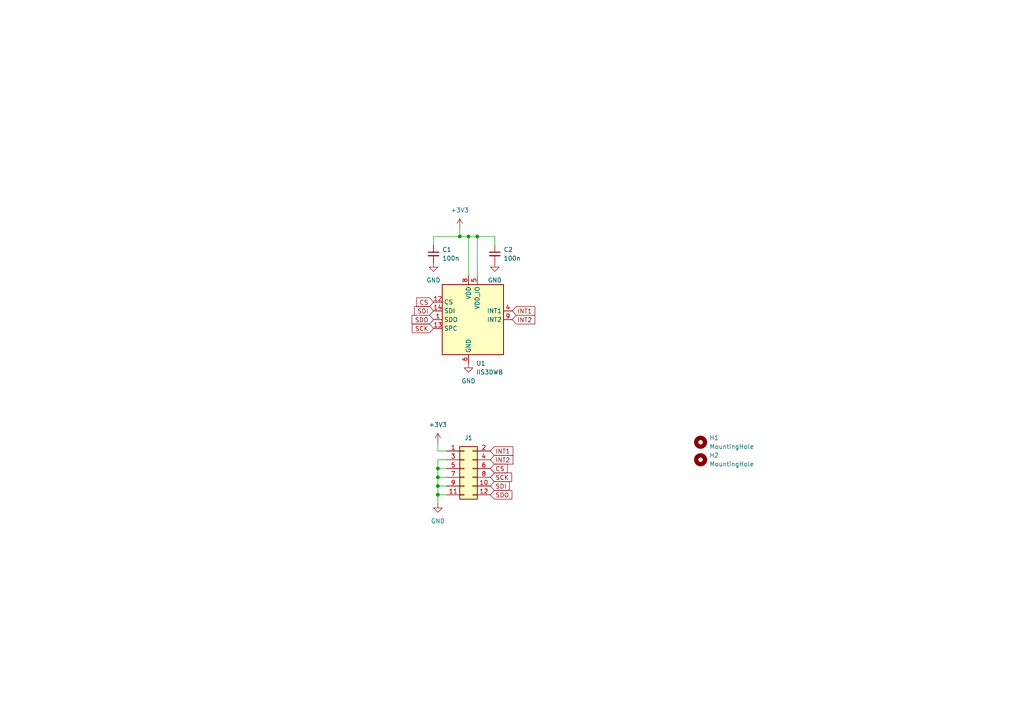
<source format=kicad_sch>
(kicad_sch (version 20231120) (generator "eeschema") (generator_version "8.0")
  (paper "A4")
  (title_block (title "IIS3DWB Eval board") (date "2024-10-31") (rev "001") (company "Haas Hooligans") (comment 1 "Ryan Jacoby"))
  (lib_symbols
    (symbol "Connector_Generic:Conn_02x06_Odd_Even" (pin_names (offset 1.016) hide)
      (property "Reference" "J" (at 1.27 7.62 0))
      (property "Value" "Conn_02x06_Odd_Even" (at 1.27 -10.16 0))
      (symbol "Conn_02x06_Odd_Even_1_1"
        (rectangle (start -1.27 -7.493) (end 0 -7.747) (stroke (width 0.1524)))
        (rectangle (start -1.27 -4.953) (end 0 -5.207) (stroke (width 0.1524)))
        (rectangle (start -1.27 -2.413) (end 0 -2.667) (stroke (width 0.1524)))
        (rectangle (start -1.27 0.127) (end 0 -0.127) (stroke (width 0.1524)))
        (rectangle (start -1.27 2.667) (end 0 2.413) (stroke (width 0.1524)))
        (rectangle (start -1.27 5.207) (end 0 4.953) (stroke (width 0.1524)))
        (rectangle (start -1.27 6.35) (end 3.81 -8.89) (stroke (width 0.254)) (fill (type background)))
        (rectangle (start 3.81 -7.493) (end 2.54 -7.747) (stroke (width 0.1524)))
        (rectangle (start 3.81 -4.953) (end 2.54 -5.207) (stroke (width 0.1524)))
        (rectangle (start 3.81 -2.413) (end 2.54 -2.667) (stroke (width 0.1524)))
        (rectangle (start 3.81 0.127) (end 2.54 -0.127) (stroke (width 0.1524)))
        (rectangle (start 3.81 2.667) (end 2.54 2.413) (stroke (width 0.1524)))
        (rectangle (start 3.81 5.207) (end 2.54 4.953) (stroke (width 0.1524)))
        (pin passive line (at -5.08 5.08 0) (length 3.81) (name "Pin_1") (number "1"))
        (pin passive line (at 7.62 -5.08 180) (length 3.81) (name "Pin_10") (number "10"))
        (pin passive line (at -5.08 -7.62 0) (length 3.81) (name "Pin_11") (number "11"))
        (pin passive line (at 7.62 -7.62 180) (length 3.81) (name "Pin_12") (number "12"))
        (pin passive line (at 7.62 5.08 180) (length 3.81) (name "Pin_2") (number "2"))
        (pin passive line (at -5.08 2.54 0) (length 3.81) (name "Pin_3") (number "3"))
        (pin passive line (at 7.62 2.54 180) (length 3.81) (name "Pin_4") (number "4"))
        (pin passive line (at -5.08 0 0) (length 3.81) (name "Pin_5") (number "5"))
        (pin passive line (at 7.62 0 180) (length 3.81) (name "Pin_6") (number "6"))
        (pin passive line (at -5.08 -2.54 0) (length 3.81) (name "Pin_7") (number "7"))
        (pin passive line (at 7.62 -2.54 180) (length 3.81) (name "Pin_8") (number "8"))
        (pin passive line (at -5.08 -5.08 0) (length 3.81) (name "Pin_9") (number "9"))
      )
    )
    (symbol "Device:C_Small" (pin_numbers hide) (pin_names (offset 0.254) hide)
      (property "Reference" "C" (at 0.254 1.778 0))
      (property "Value" "C_Small" (at 0.254 -2.032 0))
      (symbol "C_Small_0_1"
        (polyline (pts (xy -1.524 -0.508) (xy 1.524 -0.508)) (stroke (width 0.3302)))
        (polyline (pts (xy -1.524 0.508) (xy 1.524 0.508)) (stroke (width 0.3048)))
      )
      (symbol "C_Small_1_1"
        (pin passive line (at 0 2.54 270) (length 2.032) (name "~") (number "1"))
        (pin passive line (at 0 -2.54 90) (length 2.032) (name "~") (number "2"))
      )
    )
    (symbol "Mechanical:MountingHole" (pin_names (offset 1.016)) (exclude_from_sim yes) (in_bom no)
      (property "Reference" "H" (at 0 5.08 0))
      (property "Value" "MountingHole" (at 0 3.175 0))
      (symbol "MountingHole_0_1"
        (circle (center 0 0) (radius 1.27) (stroke (width 1.27)))
      )
    )
    (symbol "Sensor_Motion:IIS3DWB"
      (property "Reference" "U" (at 10.16 -12.7 0))
      (property "Value" "IIS3DWB" (at 10.16 -15.24 0))
      (symbol "IIS3DWB_0_1"
        (rectangle (start -7.62 10.16) (end 10.16 -10.16) (stroke (width 0.254)) (fill (type background)))
      )
      (symbol "IIS3DWB_1_1"
        (pin output line (at -10.16 0 0) (length 2.54) (name "SDO") (number "1"))
        (pin no_connect line (at 10.16 -5.08 180) (length 2.54) hide (name "RES") (number "10"))
        (pin no_connect line (at 10.16 -7.62 180) (length 2.54) hide (name "RES") (number "11"))
        (pin input line (at -10.16 5.08 0) (length 2.54) (name "CS") (number "12"))
        (pin input line (at -10.16 -2.54 0) (length 2.54) (name "SPC") (number "13"))
        (pin input line (at -10.16 2.54 0) (length 2.54) (name "SDI") (number "14"))
        (pin passive line (at 0 -12.7 90) (length 2.54) hide (name "GND") (number "2"))
        (pin passive line (at 0 -12.7 90) (length 2.54) hide (name "GND") (number "3"))
        (pin output line (at 12.7 2.54 180) (length 2.54) (name "INT1") (number "4"))
        (pin power_in line (at 2.54 12.7 270) (length 2.54) (name "VDD_IO") (number "5"))
        (pin power_in line (at 0 -12.7 90) (length 2.54) (name "GND") (number "6"))
        (pin passive line (at 0 -12.7 90) (length 2.54) hide (name "GND") (number "7"))
        (pin power_in line (at 0 12.7 270) (length 2.54) (name "VDD") (number "8"))
        (pin output line (at 12.7 0 180) (length 2.54) (name "INT2") (number "9"))
      )
    )
    (symbol "power:+3V3" (power) (pin_numbers hide) (pin_names (offset 0) hide)
      (property "Value" "+3V3" (at 0 3.556 0))
      (symbol "+3V3_0_1"
        (polyline (pts (xy -0.762 1.27) (xy 0 2.54)))
        (polyline (pts (xy 0 0) (xy 0 2.54)))
        (polyline (pts (xy 0 2.54) (xy 0.762 1.27)))
      )
      (symbol "+3V3_1_1"
        (pin power_in line (at 0 0 90) (length 0) (name "~") (number "1"))
      )
    )
    (symbol "power:GND" (power) (pin_numbers hide) (pin_names (offset 0) hide)
      (property "Value" "GND" (at 0 -3.81 0))
      (symbol "GND_0_1"
        (polyline (pts (xy 0 0) (xy 0 -1.27) (xy 1.27 -1.27) (xy 0 -2.54) (xy -1.27 -1.27) (xy 0 -1.27)))
      )
      (symbol "GND_1_1"
        (pin power_in line (at 0 0 270) (length 0) (name "~") (number "1"))
      )
    )
  )
  (junction (at 135.89 68.58))
  (junction (at 127 135.89))
  (junction (at 127 140.97))
  (junction (at 133.35 68.58))
  (junction (at 127 143.51))
  (junction (at 138.43 68.58))
  (junction (at 127 138.43))
  (wire (pts (xy 127 138.43) (xy 127 140.97)))
  (wire (pts (xy 138.43 68.58) (xy 143.51 68.58)))
  (wire (pts (xy 127 140.97) (xy 127 143.51)))
  (wire (pts (xy 138.43 68.58) (xy 138.43 80.01)))
  (wire (pts (xy 127 143.51) (xy 127 146.05)))
  (wire (pts (xy 133.35 66.04) (xy 133.35 68.58)))
  (wire (pts (xy 135.89 80.01) (xy 135.89 68.58)))
  (wire (pts (xy 125.73 68.58) (xy 133.35 68.58)))
  (wire (pts (xy 127 135.89) (xy 127 138.43)))
  (wire (pts (xy 125.73 68.58) (xy 125.73 71.12)))
  (wire (pts (xy 127 143.51) (xy 129.54 143.51)))
  (wire (pts (xy 127 133.35) (xy 127 135.89)))
  (wire (pts (xy 127 138.43) (xy 129.54 138.43)))
  (wire (pts (xy 129.54 133.35) (xy 127 133.35)))
  (wire (pts (xy 127 135.89) (xy 129.54 135.89)))
  (wire (pts (xy 143.51 71.12) (xy 143.51 68.58)))
  (wire (pts (xy 129.54 130.81) (xy 127 130.81)))
  (wire (pts (xy 138.43 68.58) (xy 135.89 68.58)))
  (wire (pts (xy 127 128.27) (xy 127 130.81)))
  (wire (pts (xy 133.35 68.58) (xy 135.89 68.58)))
  (wire (pts (xy 127 140.97) (xy 129.54 140.97)))
  (global_label "INT2" (shape input) (at 142.24 133.35 0) (property "Intersheetrefs" "${INTERSHEET_REFS}" (effects (hide yes))))
  (global_label "CS" (shape input) (at 142.24 135.89 0) (property "Intersheetrefs" "${INTERSHEET_REFS}" (effects (hide yes))))
  (global_label "INT1" (shape input) (at 142.24 130.81 0) (property "Intersheetrefs" "${INTERSHEET_REFS}" (effects (hide yes))))
  (global_label "SCK" (shape input) (at 142.24 138.43 0) (property "Intersheetrefs" "${INTERSHEET_REFS}" (effects (hide yes))))
  (global_label "CS" (shape input) (at 125.73 87.63 180) (property "Intersheetrefs" "${INTERSHEET_REFS}" (effects (hide yes))))
  (global_label "SCK" (shape input) (at 125.73 95.25 180) (property "Intersheetrefs" "${INTERSHEET_REFS}" (effects (hide yes))))
  (global_label "SDO" (shape input) (at 142.24 143.51 0) (property "Intersheetrefs" "${INTERSHEET_REFS}" (effects (hide yes))))
  (global_label "SDO" (shape input) (at 125.73 92.71 180) (property "Intersheetrefs" "${INTERSHEET_REFS}" (effects (hide yes))))
  (global_label "INT1" (shape input) (at 148.59 90.17 0) (property "Intersheetrefs" "${INTERSHEET_REFS}" (effects (hide yes))))
  (global_label "SDI" (shape input) (at 142.24 140.97 0) (property "Intersheetrefs" "${INTERSHEET_REFS}" (effects (hide yes))))
  (global_label "INT2" (shape input) (at 148.59 92.71 0) (property "Intersheetrefs" "${INTERSHEET_REFS}" (effects (hide yes))))
  (global_label "SDI" (shape input) (at 125.73 90.17 180) (property "Intersheetrefs" "${INTERSHEET_REFS}" (effects (hide yes))))
  (symbol (lib_id "power:+3V3") (at 133.35 66.04 0) (unit 1)
    (property "Reference" "#PWR02" (effects (hide yes)))
    (property "Value" "+3V3" (at 133.35 60.96 0))
    (property "Description" "Power symbol creates a global label with name \"+3V3\"" (effects (hide yes)))
  )
  (symbol (lib_id "Device:C_Small") (at 125.73 73.66 0) (unit 1)
    (property "Reference" "C1" (at 128.27 72.3962 0) (effects (justify left)))
    (property "Value" "100n" (at 128.27 74.9362 0) (effects (justify left)))
    (property "Footprint" "Capacitor_SMD:C_0805_2012Metric" (effects (hide yes)))
    (property "Description" "Unpolarized capacitor, small symbol" (effects (hide yes)))
  )
  (symbol (lib_id "Mechanical:MountingHole") (at 203.2 128.27 0) (unit 1) (exclude_from_sim yes) (in_bom no)
    (property "Reference" "H1" (at 205.74 126.9999 0) (effects (justify left)))
    (property "Value" "MountingHole" (at 205.74 129.5399 0) (effects (justify left)))
    (property "Footprint" "MountingHole:MountingHole_2.7mm_M2.5" (effects (hide yes)))
    (property "Description" "Mounting Hole without connection" (effects (hide yes)))
  )
  (symbol (lib_id "power:GND") (at 127 146.05 0) (unit 1)
    (property "Reference" "#PWR05" (effects (hide yes)))
    (property "Value" "GND" (at 127 151.13 0))
    (property "Description" "Power symbol creates a global label with name \"GND\" , ground" (effects (hide yes)))
  )
  (symbol (lib_id "Connector_Generic:Conn_02x06_Odd_Even") (at 134.62 135.89 0) (unit 1)
    (property "Reference" "J1" (at 135.89 127 0))
    (property "Value" "2.45mm Pin header" (effects (hide yes)))
    (property "Footprint" "Connector_PinHeader_2.54mm:PinHeader_2x06_P2.54mm_Vertical" (effects (hide yes)))
    (property "Description" "Generic connector, double row, 02x06, odd/even pin numbering scheme (row 1 odd numbers, row 2 even numbers), script generated (kicad-library-utils/schlib/autogen/connector/)" (effects (hide yes)))
  )
  (symbol (lib_id "power:GND") (at 143.51 76.2 0) (unit 1)
    (property "Reference" "#PWR04" (effects (hide yes)))
    (property "Value" "GND" (at 143.51 81.28 0))
    (property "Description" "Power symbol creates a global label with name \"GND\" , ground" (effects (hide yes)))
  )
  (symbol (lib_id "Mechanical:MountingHole") (at 203.2 133.35 0) (unit 1) (exclude_from_sim yes) (in_bom no)
    (property "Reference" "H2" (at 205.74 132.0799 0) (effects (justify left)))
    (property "Value" "MountingHole" (at 205.74 134.6199 0) (effects (justify left)))
    (property "Footprint" "MountingHole:MountingHole_2.7mm_M2.5" (effects (hide yes)))
    (property "Description" "Mounting Hole without connection" (effects (hide yes)))
  )
  (symbol (lib_id "power:GND") (at 125.73 76.2 0) (unit 1)
    (property "Reference" "#PWR03" (effects (hide yes)))
    (property "Value" "GND" (at 125.73 81.28 0))
    (property "Description" "Power symbol creates a global label with name \"GND\" , ground" (effects (hide yes)))
  )
  (symbol (lib_id "Sensor_Motion:IIS3DWB") (at 135.89 92.71 0) (unit 1)
    (property "Reference" "U1" (at 138.0841 105.41 0) (effects (justify left)))
    (property "Value" "IIS3DWB" (at 138.0841 107.95 0) (effects (justify left)))
    (property "Footprint" "Package_LGA:LGA-14_3x2.5mm_P0.5mm_LayoutBorder3x4y" (effects (hide yes)))
    (property "Datasheet" "https://www.st.com/resource/en/datasheet/iis3dwb.pdf" (effects (hide yes)))
    (property "Description" "Ultra-wide bandwidth, low-noise, 3-axis digital vibration sensor" (effects (hide yes)))
    (property "Manufacturer" "ST" (effects (hide yes)))
    (property "MPN" "IIS3DWBTR" (effects (hide yes)))
  )
  (symbol (lib_id "power:GND") (at 135.89 105.41 0) (unit 1)
    (property "Reference" "#PWR01" (effects (hide yes)))
    (property "Value" "GND" (at 135.89 110.49 0))
    (property "Description" "Power symbol creates a global label with name \"GND\" , ground" (effects (hide yes)))
  )
  (symbol (lib_id "power:+3V3") (at 127 128.27 0) (unit 1)
    (property "Reference" "#PWR06" (effects (hide yes)))
    (property "Value" "+3V3" (at 127 123.19 0))
    (property "Description" "Power symbol creates a global label with name \"+3V3\"" (effects (hide yes)))
  )
  (symbol (lib_id "Device:C_Small") (at 143.51 73.66 0) (unit 1)
    (property "Reference" "C2" (at 146.05 72.3962 0) (effects (justify left)))
    (property "Value" "100n" (at 146.05 74.9362 0) (effects (justify left)))
    (property "Footprint" "Capacitor_SMD:C_0805_2012Metric" (effects (hide yes)))
    (property "Description" "Unpolarized capacitor, small symbol" (effects (hide yes)))
  )
)
</source>
